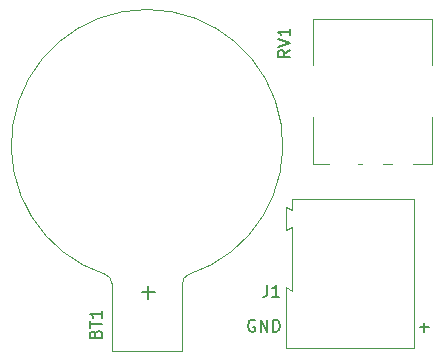
<source format=gbr>
%TF.GenerationSoftware,KiCad,Pcbnew,7.0.7+dfsg-1*%
%TF.CreationDate,2024-02-18T13:39:18+01:00*%
%TF.ProjectId,test23,74657374-3233-42e6-9b69-6361645f7063,rev?*%
%TF.SameCoordinates,Original*%
%TF.FileFunction,Legend,Top*%
%TF.FilePolarity,Positive*%
%FSLAX46Y46*%
G04 Gerber Fmt 4.6, Leading zero omitted, Abs format (unit mm)*
G04 Created by KiCad (PCBNEW 7.0.7+dfsg-1) date 2024-02-18 13:39:18*
%MOMM*%
%LPD*%
G01*
G04 APERTURE LIST*
%ADD10C,0.150000*%
%ADD11C,0.120000*%
G04 APERTURE END LIST*
D10*
X156640588Y-77597438D02*
X156545350Y-77549819D01*
X156545350Y-77549819D02*
X156402493Y-77549819D01*
X156402493Y-77549819D02*
X156259636Y-77597438D01*
X156259636Y-77597438D02*
X156164398Y-77692676D01*
X156164398Y-77692676D02*
X156116779Y-77787914D01*
X156116779Y-77787914D02*
X156069160Y-77978390D01*
X156069160Y-77978390D02*
X156069160Y-78121247D01*
X156069160Y-78121247D02*
X156116779Y-78311723D01*
X156116779Y-78311723D02*
X156164398Y-78406961D01*
X156164398Y-78406961D02*
X156259636Y-78502200D01*
X156259636Y-78502200D02*
X156402493Y-78549819D01*
X156402493Y-78549819D02*
X156497731Y-78549819D01*
X156497731Y-78549819D02*
X156640588Y-78502200D01*
X156640588Y-78502200D02*
X156688207Y-78454580D01*
X156688207Y-78454580D02*
X156688207Y-78121247D01*
X156688207Y-78121247D02*
X156497731Y-78121247D01*
X157116779Y-78549819D02*
X157116779Y-77549819D01*
X157116779Y-77549819D02*
X157688207Y-78549819D01*
X157688207Y-78549819D02*
X157688207Y-77549819D01*
X158164398Y-78549819D02*
X158164398Y-77549819D01*
X158164398Y-77549819D02*
X158402493Y-77549819D01*
X158402493Y-77549819D02*
X158545350Y-77597438D01*
X158545350Y-77597438D02*
X158640588Y-77692676D01*
X158640588Y-77692676D02*
X158688207Y-77787914D01*
X158688207Y-77787914D02*
X158735826Y-77978390D01*
X158735826Y-77978390D02*
X158735826Y-78121247D01*
X158735826Y-78121247D02*
X158688207Y-78311723D01*
X158688207Y-78311723D02*
X158640588Y-78406961D01*
X158640588Y-78406961D02*
X158545350Y-78502200D01*
X158545350Y-78502200D02*
X158402493Y-78549819D01*
X158402493Y-78549819D02*
X158164398Y-78549819D01*
X170616779Y-78168866D02*
X171378684Y-78168866D01*
X170997731Y-78549819D02*
X170997731Y-77787914D01*
X143141008Y-78755715D02*
X143188627Y-78612858D01*
X143188627Y-78612858D02*
X143236246Y-78565239D01*
X143236246Y-78565239D02*
X143331484Y-78517620D01*
X143331484Y-78517620D02*
X143474341Y-78517620D01*
X143474341Y-78517620D02*
X143569579Y-78565239D01*
X143569579Y-78565239D02*
X143617199Y-78612858D01*
X143617199Y-78612858D02*
X143664818Y-78708096D01*
X143664818Y-78708096D02*
X143664818Y-79089048D01*
X143664818Y-79089048D02*
X142664818Y-79089048D01*
X142664818Y-79089048D02*
X142664818Y-78755715D01*
X142664818Y-78755715D02*
X142712437Y-78660477D01*
X142712437Y-78660477D02*
X142760056Y-78612858D01*
X142760056Y-78612858D02*
X142855294Y-78565239D01*
X142855294Y-78565239D02*
X142950532Y-78565239D01*
X142950532Y-78565239D02*
X143045770Y-78612858D01*
X143045770Y-78612858D02*
X143093389Y-78660477D01*
X143093389Y-78660477D02*
X143141008Y-78755715D01*
X143141008Y-78755715D02*
X143141008Y-79089048D01*
X142664818Y-78231905D02*
X142664818Y-77660477D01*
X143664818Y-77946191D02*
X142664818Y-77946191D01*
X143664818Y-76803334D02*
X143664818Y-77374762D01*
X143664818Y-77089048D02*
X142664818Y-77089048D01*
X142664818Y-77089048D02*
X142807675Y-77184286D01*
X142807675Y-77184286D02*
X142902913Y-77279524D01*
X142902913Y-77279524D02*
X142950532Y-77374762D01*
X147624699Y-75791429D02*
X147624699Y-74648572D01*
X148196127Y-75220000D02*
X147053270Y-75220000D01*
X159574819Y-54705238D02*
X159098628Y-55038571D01*
X159574819Y-55276666D02*
X158574819Y-55276666D01*
X158574819Y-55276666D02*
X158574819Y-54895714D01*
X158574819Y-54895714D02*
X158622438Y-54800476D01*
X158622438Y-54800476D02*
X158670057Y-54752857D01*
X158670057Y-54752857D02*
X158765295Y-54705238D01*
X158765295Y-54705238D02*
X158908152Y-54705238D01*
X158908152Y-54705238D02*
X159003390Y-54752857D01*
X159003390Y-54752857D02*
X159051009Y-54800476D01*
X159051009Y-54800476D02*
X159098628Y-54895714D01*
X159098628Y-54895714D02*
X159098628Y-55276666D01*
X158574819Y-54419523D02*
X159574819Y-54086190D01*
X159574819Y-54086190D02*
X158574819Y-53752857D01*
X159574819Y-52895714D02*
X159574819Y-53467142D01*
X159574819Y-53181428D02*
X158574819Y-53181428D01*
X158574819Y-53181428D02*
X158717676Y-53276666D01*
X158717676Y-53276666D02*
X158812914Y-53371904D01*
X158812914Y-53371904D02*
X158860533Y-53467142D01*
X157696666Y-74604819D02*
X157696666Y-75319104D01*
X157696666Y-75319104D02*
X157649047Y-75461961D01*
X157649047Y-75461961D02*
X157553809Y-75557200D01*
X157553809Y-75557200D02*
X157410952Y-75604819D01*
X157410952Y-75604819D02*
X157315714Y-75604819D01*
X158696666Y-75604819D02*
X158125238Y-75604819D01*
X158410952Y-75604819D02*
X158410952Y-74604819D01*
X158410952Y-74604819D02*
X158315714Y-74747676D01*
X158315714Y-74747676D02*
X158220476Y-74842914D01*
X158220476Y-74842914D02*
X158125238Y-74890533D01*
D11*
%TO.C,BT1*%
X144509999Y-80170001D02*
X144509999Y-74470001D01*
X150509999Y-80170001D02*
X144509999Y-80170001D01*
X150509999Y-80170001D02*
X150509999Y-74470001D01*
X151009999Y-73720001D02*
G75*
G03*
X150509999Y-74470001I312500J-750000D01*
G01*
X144509999Y-74470001D02*
G75*
G03*
X144009999Y-73720001I-812500J0D01*
G01*
X147509999Y-51274331D02*
G75*
G03*
X144009999Y-73720000I-11J-11495714D01*
G01*
X151009999Y-73720001D02*
G75*
G03*
X147509999Y-51274330I-3499989J10949956D01*
G01*
%TO.C,RV1*%
X161599000Y-64320000D02*
X162920000Y-64320000D01*
X161599000Y-64320000D02*
X161599000Y-60383000D01*
X165370000Y-64320000D02*
X165750000Y-64320000D01*
X167491000Y-64320000D02*
X168250000Y-64320000D01*
X169990000Y-64320000D02*
X171640000Y-64320000D01*
X171640000Y-64320000D02*
X171640000Y-60383000D01*
X161599000Y-56016000D02*
X161599000Y-52080000D01*
X171640000Y-56016000D02*
X171640000Y-52080000D01*
X161599000Y-52080000D02*
X171640000Y-52080000D01*
%TO.C,J1*%
X170100000Y-79910000D02*
X170100000Y-67310000D01*
X170100000Y-67310000D02*
X159750000Y-67310000D01*
X159750000Y-75110000D02*
X159250000Y-74810000D01*
X159750000Y-69710000D02*
X159750000Y-75110000D01*
X159750000Y-68260000D02*
X159250000Y-68010000D01*
X159750000Y-67310000D02*
X159750000Y-68260000D01*
X159250000Y-79910000D02*
X170100000Y-79910000D01*
X159250000Y-74810000D02*
X159250000Y-79910000D01*
X159250000Y-69960000D02*
X159750000Y-69710000D01*
X159250000Y-69910000D02*
X159250000Y-69960000D01*
X159250000Y-68010000D02*
X159250000Y-69910000D01*
%TD*%
M02*

</source>
